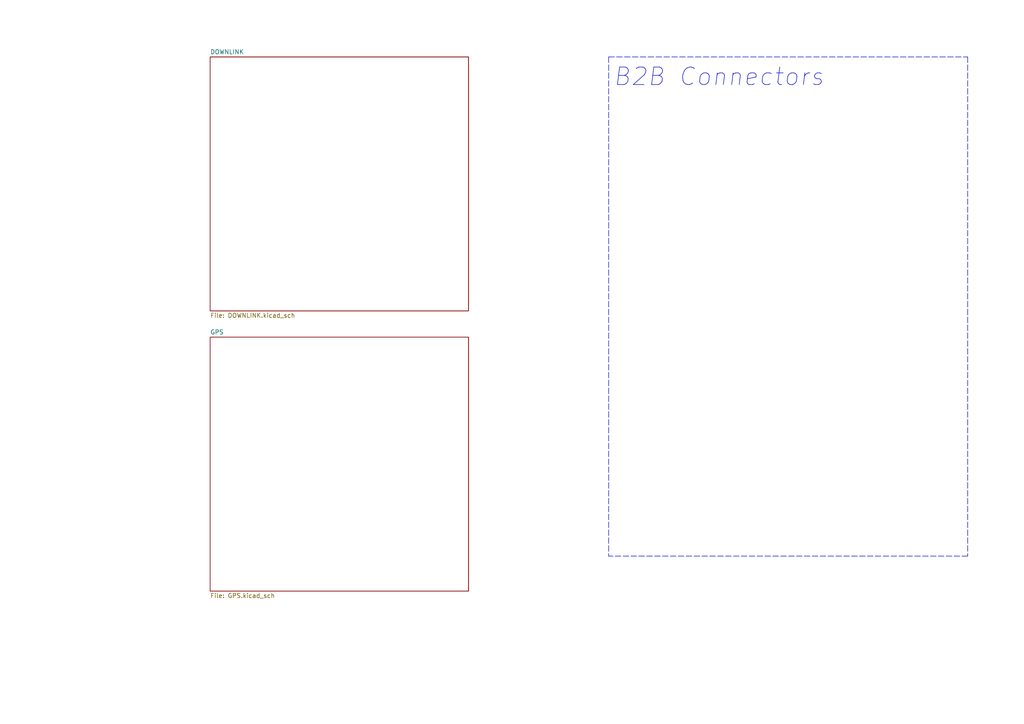
<source format=kicad_sch>
(kicad_sch (version 20211123) (generator eeschema)
  (paper "A4")
  (title_block (title "TARS Telemetry Board") (date "2022-09-06") (rev "3.1"))
  (lib_symbols)
  (polyline (pts (xy 280.67 16.51) (xy 280.67 161.29)))
  (polyline (pts (xy 280.67 161.29) (xy 176.53 161.29)))
  (polyline (pts (xy 176.53 16.51) (xy 176.53 161.29)))
  (polyline (pts (xy 176.53 16.51) (xy 280.67 16.51)))
  (text "B2B Connectors" (at 177.8 25.4 0) (effects (font (size 5.08 5.08) italic) (justify left bottom)))
  (sheet (at 60.96 16.51) (size 74.93 73.66) (stroke (width 0.1524))
    (property "Sheet name" "DOWNLINK" (at 60.96 15.7984 0) (effects (justify left bottom)))
    (property "Sheet file" "DOWNLINK.kicad_sch" (at 60.96 90.7546 0) (effects (justify left top)))
  )
  (sheet (at 60.96 97.79) (size 74.93 73.66) (stroke (width 0.1524))
    (property "Sheet name" "GPS" (at 60.96 97.0784 0) (effects (justify left bottom)))
    (property "Sheet file" "GPS.kicad_sch" (at 60.96 172.0346 0) (effects (justify left top)))
  )
)
</source>
